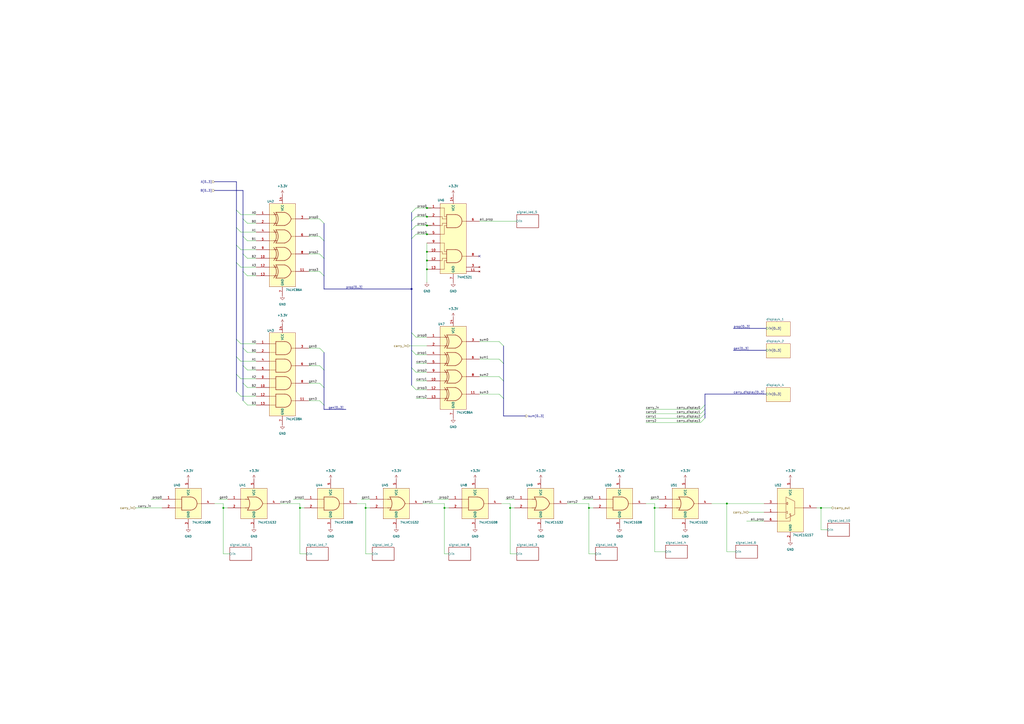
<source format=kicad_sch>
(kicad_sch (version 20250114) (generator "eeschema") (generator_version "9.0")
  (paper "A2")
  (lib_symbols
    (symbol "MegaV:74HCS21"
      (property "Reference" "U" (at -7.112 22.352 0))
      (property "Value" "74HCS21" (at 6.604 -22.352 0))
      (symbol "74HCS21_1_1"
        (pin input line (at -15.24 17.78 0) (length 7.62) (name "~") (number "1"))
        (pin input line (at -15.24 12.7 0) (length 7.62) (name "~") (number "2"))
        (pin input line (at -15.24 7.62 0) (length 7.62) (name "~") (number "4"))
        (pin input line (at -15.24 2.54 0) (length 7.62) (name "~") (number "5"))
        (pin input line (at -15.24 -2.54 0) (length 7.62) (name "~") (number "9"))
        (pin input line (at -15.24 -7.62 0) (length 7.62) (name "~") (number "10"))
        (pin input line (at -15.24 -12.7 0) (length 7.62) (name "~") (number "12"))
        (pin input line (at -15.24 -17.78 0) (length 7.62) (name "~") (number "13"))
        (pin power_in line (at 0 25.4 270) (length 5.08) (name "VCC") (number "14"))
        (pin power_in line (at 0 -25.4 90) (length 5.08) (name "GND") (number "7"))
        (pin output line (at 15.24 10.16 180) (length 7.62) (name "~") (number "6"))
        (pin output line (at 15.24 -10.16 180) (length 7.62) (name "~") (number "8"))
        (pin no_connect line (at 15.24 -16.51 180) (length 7.62) (name "~") (number "3"))
        (pin no_connect line (at 15.24 -19.05 180) (length 7.62) (name "~") (number "11"))
      )
    )
    (symbol "MegaV:74LVC08A"
      (property "Reference" "U" (at -6.858 25.4 0))
      (property "Value" "74LVC08A" (at 6.604 -25.908 0))
      (symbol "74LVC08A_1_1"
        (pin input line (at -15.24 17.78 0) (length 7.62) (name "~") (number "1"))
        (pin input line (at -15.24 12.7 0) (length 7.62) (name "~") (number "2"))
        (pin input line (at -15.24 7.62 0) (length 7.62) (name "~") (number "4"))
        (pin input line (at -15.24 2.54 0) (length 7.62) (name "~") (number "5"))
        (pin input line (at -15.24 -2.54 0) (length 7.62) (name "~") (number "9"))
        (pin input line (at -15.24 -7.62 0) (length 7.62) (name "~") (number "10"))
        (pin input line (at -15.24 -12.7 0) (length 7.62) (name "~") (number "12"))
        (pin input line (at -15.24 -17.78 0) (length 7.62) (name "~") (number "13"))
        (pin power_in line (at 0 29.21 270) (length 5.08) (name "VCC") (number "14"))
        (pin power_in line (at 0 -29.21 90) (length 5.08) (name "GND") (number "7"))
        (pin output line (at 15.24 15.24 180) (length 7.62) (name "~") (number "3"))
        (pin output line (at 15.24 5.08 180) (length 7.62) (name "~") (number "6"))
        (pin output line (at 15.24 -5.08 180) (length 7.62) (name "~") (number "8"))
        (pin output line (at 15.24 -15.24 180) (length 7.62) (name "~") (number "11"))
      )
    )
    (symbol "MegaV:74LVC1G08"
      (property "Reference" "U" (at -6.604 10.668 0))
      (property "Value" "74LVC1G08" (at 7.62 -10.922 0))
      (symbol "74LVC1G08_1_1"
        (pin input line (at -15.24 2.54 0) (length 7.62) (name "~") (number "1"))
        (pin input line (at -15.24 -2.54 0) (length 7.62) (name "~") (number "2"))
        (pin power_in line (at 0 13.97 270) (length 5.08) (name "VCC") (number "5"))
        (pin power_in line (at 0 -13.97 90) (length 5.08) (name "GND") (number "3"))
        (pin output line (at 15.24 0 180) (length 7.62) (name "~") (number "4"))
      )
    )
    (symbol "MegaV:74LVC1G157"
      (property "Reference" "U" (at -7.112 14.478 0))
      (property "Value" "74LVC1G157" (at 7.366 -14.478 0))
      (symbol "74LVC1G157_1_1"
        (text "0" (at -1.778 3.81 0) (effects (font (size 1.27 1.27))))
        (text "1" (at -1.778 -1.27 0) (effects (font (size 1.27 1.27))))
        (text "S" (at 0 -2.794 0) (effects (font (size 1.27 1.27))))
        (pin input line (at -15.24 3.81 0) (length 7.62) (name "~") (number "3"))
        (pin input line (at -15.24 -1.27 0) (length 7.62) (name "~") (number "1"))
        (pin input line (at -15.24 -6.35 0) (length 7.62) (name "~") (number "6"))
        (pin power_in line (at 0 17.78 270) (length 5.08) (name "VCC") (number "5"))
        (pin power_in line (at 0 -17.78 90) (length 5.08) (name "GND") (number "2"))
        (pin output line (at 15.24 1.27 180) (length 7.62) (name "~") (number "4"))
      )
    )
    (symbol "MegaV:74LVC1G32"
      (property "Reference" "U" (at -6.604 10.668 0))
      (property "Value" "74LVC1G32" (at 7.62 -10.922 0))
      (symbol "74LVC1G32_1_1"
        (pin input line (at -15.24 2.54 0) (length 7.62) (name "~") (number "1"))
        (pin input line (at -15.24 -2.54 0) (length 7.62) (name "~") (number "2"))
        (pin power_in line (at 0 13.97 270) (length 5.08) (name "VCC") (number "5"))
        (pin power_in line (at 0 -13.97 90) (length 5.08) (name "GND") (number "3"))
        (pin output line (at 15.24 0 180) (length 7.62) (name "~") (number "4"))
      )
    )
    (symbol "MegaV:74LVC86A"
      (property "Reference" "U" (at -6.858 25.4 0))
      (property "Value" "74LVC86A" (at 6.604 -25.908 0))
      (symbol "74LVC86A_1_1"
        (pin input line (at -15.24 17.78 0) (length 7.62) (name "~") (number "1"))
        (pin input line (at -15.24 12.7 0) (length 7.62) (name "~") (number "2"))
        (pin input line (at -15.24 7.62 0) (length 7.62) (name "~") (number "4"))
        (pin input line (at -15.24 2.54 0) (length 7.62) (name "~") (number "5"))
        (pin input line (at -15.24 -2.54 0) (length 7.62) (name "~") (number "9"))
        (pin input line (at -15.24 -7.62 0) (length 7.62) (name "~") (number "10"))
        (pin input line (at -15.24 -12.7 0) (length 7.62) (name "~") (number "12"))
        (pin input line (at -15.24 -17.78 0) (length 7.62) (name "~") (number "13"))
        (pin power_in line (at 0 29.21 270) (length 5.08) (name "VCC") (number "14"))
        (pin power_in line (at 0 -29.21 90) (length 5.08) (name "GND") (number "7"))
        (pin output line (at 15.24 15.24 180) (length 7.62) (name "~") (number "3"))
        (pin output line (at 15.24 5.08 180) (length 7.62) (name "~") (number "6"))
        (pin output line (at 15.24 -5.08 180) (length 7.62) (name "~") (number "8"))
        (pin output line (at 15.24 -15.24 180) (length 7.62) (name "~") (number "11"))
      )
    )
    (symbol "power:+3.3V" (power) (pin_numbers (hide yes)) (pin_names (offset 0) (hide yes))
      (property "Value" "+3.3V" (at 0 3.556 0))
      (symbol "+3.3V_1_1"
        (pin power_in line (at 0 0 90) (length 0) (name "~") (number "1"))
      )
    )
    (symbol "power:GND" (power) (pin_numbers (hide yes)) (pin_names (offset 0) (hide yes))
      (property "Value" "GND" (at 0 -3.81 0))
      (symbol "GND_1_1"
        (pin power_in line (at 0 0 270) (length 0) (name "~") (number "1"))
      )
    )
  )
  (junction (at 257.81 294.64))
  (junction (at 247.65 130.81))
  (junction (at 379.73 294.64))
  (junction (at 247.65 151.13))
  (junction (at 341.63 294.64))
  (junction (at 476.25 294.64))
  (junction (at 238.76 167.64))
  (junction (at 247.65 125.73))
  (junction (at 247.65 146.05))
  (junction (at 247.65 135.89))
  (junction (at 421.64 292.1))
  (junction (at 247.65 156.21))
  (junction (at 173.99 294.64))
  (junction (at 247.65 120.65))
  (junction (at 129.54 294.64))
  (junction (at 295.91 294.64))
  (junction (at 212.09 294.64))
  (no_connect (at 278.13 148.59))
  (bus_entry (at 140.97 147.32) (size 2.54 2.54))
  (bus_entry (at 406.4 245.11) (size 2.54 -2.54))
  (bus_entry (at 238.76 213.36) (size 2.54 2.54))
  (bus_entry (at 289.56 198.12) (size 2.54 2.54))
  (bus_entry (at 289.56 208.28) (size 2.54 2.54))
  (bus_entry (at 238.76 133.35) (size 2.54 -2.54))
  (bus_entry (at 137.16 142.24) (size 2.54 2.54))
  (bus_entry (at 140.97 201.93) (size 2.54 2.54))
  (bus_entry (at 185.42 222.25) (size 2.54 2.54))
  (bus_entry (at 238.76 223.52) (size 2.54 2.54))
  (bus_entry (at 137.16 207.01) (size 2.54 2.54))
  (bus_entry (at 185.42 127) (size 2.54 2.54))
  (bus_entry (at 140.97 212.09) (size 2.54 2.54))
  (bus_entry (at 137.16 227.33) (size 2.54 2.54))
  (bus_entry (at 406.4 242.57) (size 2.54 -2.54))
  (bus_entry (at 406.4 237.49) (size 2.54 -2.54))
  (bus_entry (at 137.16 132.08) (size 2.54 2.54))
  (bus_entry (at 289.56 228.6) (size 2.54 2.54))
  (bus_entry (at 137.16 196.85) (size 2.54 2.54))
  (bus_entry (at 140.97 157.48) (size 2.54 2.54))
  (bus_entry (at 185.42 147.32) (size 2.54 2.54))
  (bus_entry (at 140.97 222.25) (size 2.54 2.54))
  (bus_entry (at 238.76 128.27) (size 2.54 -2.54))
  (bus_entry (at 185.42 137.16) (size 2.54 2.54))
  (bus_entry (at 140.97 127) (size 2.54 2.54))
  (bus_entry (at 406.4 240.03) (size 2.54 -2.54))
  (bus_entry (at 238.76 203.2) (size 2.54 2.54))
  (bus_entry (at 289.56 218.44) (size 2.54 2.54))
  (bus_entry (at 137.16 217.17) (size 2.54 2.54))
  (bus_entry (at 140.97 232.41) (size 2.54 2.54))
  (bus_entry (at 140.97 137.16) (size 2.54 2.54))
  (bus_entry (at 238.76 138.43) (size 2.54 -2.54))
  (bus_entry (at 137.16 152.4) (size 2.54 2.54))
  (bus_entry (at 137.16 121.92) (size 2.54 2.54))
  (bus_entry (at 185.42 232.41) (size 2.54 2.54))
  (bus_entry (at 185.42 212.09) (size 2.54 2.54))
  (bus_entry (at 238.76 123.19) (size 2.54 -2.54))
  (bus_entry (at 238.76 193.04) (size 2.54 2.54))
  (bus_entry (at 185.42 201.93) (size 2.54 2.54))
  (bus_entry (at 185.42 157.48) (size 2.54 2.54))
  (wire (pts (xy 295.91 292.1) (xy 295.91 294.64)))
  (bus (pts (xy 187.96 234.95) (xy 187.96 237.49)))
  (wire (pts (xy 237.49 200.66) (xy 247.65 200.66)))
  (wire (pts (xy 328.93 292.1) (xy 341.63 292.1)))
  (bus (pts (xy 238.76 138.43) (xy 238.76 167.64)))
  (wire (pts (xy 143.51 234.95) (xy 148.59 234.95)))
  (wire (pts (xy 299.72 321.31) (xy 295.91 321.31)))
  (wire (pts (xy 139.7 154.94) (xy 148.59 154.94)))
  (wire (pts (xy 124.46 292.1) (xy 129.54 292.1)))
  (bus (pts (xy 137.16 217.17) (xy 137.16 227.33)))
  (bus (pts (xy 187.96 224.79) (xy 187.96 234.95)))
  (wire (pts (xy 257.81 294.64) (xy 260.35 294.64)))
  (bus (pts (xy 187.96 139.7) (xy 187.96 149.86)))
  (wire (pts (xy 143.51 139.7) (xy 148.59 139.7)))
  (bus (pts (xy 187.96 237.49) (xy 200.66 237.49)))
  (wire (pts (xy 139.7 229.87) (xy 148.59 229.87)))
  (bus (pts (xy 408.94 228.6) (xy 408.94 234.95)))
  (wire (pts (xy 143.51 224.79) (xy 148.59 224.79)))
  (wire (pts (xy 173.99 321.31) (xy 173.99 294.64)))
  (bus (pts (xy 238.76 123.19) (xy 238.76 128.27)))
  (wire (pts (xy 247.65 120.65) (xy 250.19 120.65)))
  (wire (pts (xy 295.91 321.31) (xy 295.91 294.64)))
  (bus (pts (xy 137.16 142.24) (xy 137.16 152.4)))
  (wire (pts (xy 247.65 156.21) (xy 247.65 163.83)))
  (wire (pts (xy 278.13 228.6) (xy 289.56 228.6)))
  (wire (pts (xy 127 289.56) (xy 132.08 289.56)))
  (bus (pts (xy 238.76 203.2) (xy 238.76 213.36)))
  (wire (pts (xy 434.34 297.18) (xy 443.23 297.18)))
  (wire (pts (xy 374.65 245.11) (xy 406.4 245.11)))
  (wire (pts (xy 247.65 125.73) (xy 250.19 125.73)))
  (bus (pts (xy 187.96 214.63) (xy 187.96 224.79)))
  (wire (pts (xy 386.08 320.04) (xy 379.73 320.04)))
  (bus (pts (xy 238.76 133.35) (xy 238.76 138.43)))
  (wire (pts (xy 241.3 125.73) (xy 247.65 125.73)))
  (wire (pts (xy 473.71 294.64) (xy 476.25 294.64)))
  (wire (pts (xy 374.65 240.03) (xy 406.4 240.03)))
  (bus (pts (xy 187.96 160.02) (xy 187.96 167.64)))
  (wire (pts (xy 247.65 130.81) (xy 250.19 130.81)))
  (wire (pts (xy 257.81 292.1) (xy 257.81 294.64)))
  (wire (pts (xy 139.7 124.46) (xy 148.59 124.46)))
  (wire (pts (xy 374.65 242.57) (xy 406.4 242.57)))
  (wire (pts (xy 207.01 292.1) (xy 212.09 292.1)))
  (wire (pts (xy 212.09 294.64) (xy 214.63 294.64)))
  (wire (pts (xy 78.74 294.64) (xy 93.98 294.64)))
  (wire (pts (xy 173.99 294.64) (xy 176.53 294.64)))
  (wire (pts (xy 139.7 209.55) (xy 148.59 209.55)))
  (wire (pts (xy 278.13 218.44) (xy 289.56 218.44)))
  (bus (pts (xy 137.16 207.01) (xy 137.16 217.17)))
  (wire (pts (xy 247.65 146.05) (xy 247.65 151.13)))
  (wire (pts (xy 241.3 226.06) (xy 247.65 226.06)))
  (bus (pts (xy 140.97 110.49) (xy 124.46 110.49)))
  (bus (pts (xy 408.94 237.49) (xy 408.94 240.03)))
  (wire (pts (xy 212.09 292.1) (xy 212.09 294.64)))
  (wire (pts (xy 241.3 135.89) (xy 247.65 135.89)))
  (wire (pts (xy 247.65 140.97) (xy 247.65 146.05)))
  (wire (pts (xy 179.07 137.16) (xy 185.42 137.16)))
  (wire (pts (xy 278.13 208.28) (xy 289.56 208.28)))
  (wire (pts (xy 433.07 302.26) (xy 443.23 302.26)))
  (wire (pts (xy 341.63 321.31) (xy 341.63 294.64)))
  (wire (pts (xy 257.81 321.31) (xy 257.81 294.64)))
  (wire (pts (xy 139.7 134.62) (xy 148.59 134.62)))
  (bus (pts (xy 408.94 234.95) (xy 408.94 237.49)))
  (wire (pts (xy 241.3 220.98) (xy 247.65 220.98)))
  (bus (pts (xy 408.94 228.6) (xy 444.5 228.6)))
  (bus (pts (xy 187.96 129.54) (xy 187.96 139.7)))
  (wire (pts (xy 177.8 321.31) (xy 173.99 321.31)))
  (wire (pts (xy 173.99 292.1) (xy 173.99 294.64)))
  (bus (pts (xy 238.76 167.64) (xy 238.76 193.04)))
  (wire (pts (xy 412.75 292.1) (xy 421.64 292.1)))
  (bus (pts (xy 292.1 241.3) (xy 304.8 241.3)))
  (wire (pts (xy 179.07 222.25) (xy 185.42 222.25)))
  (wire (pts (xy 179.07 127) (xy 185.42 127)))
  (wire (pts (xy 480.06 307.34) (xy 476.25 307.34)))
  (wire (pts (xy 426.72 320.04) (xy 421.64 320.04)))
  (bus (pts (xy 140.97 147.32) (xy 140.97 157.48)))
  (wire (pts (xy 212.09 321.31) (xy 212.09 294.64)))
  (bus (pts (xy 187.96 160.02) (xy 187.96 149.86)))
  (wire (pts (xy 341.63 294.64) (xy 344.17 294.64)))
  (wire (pts (xy 278.13 198.12) (xy 289.56 198.12)))
  (wire (pts (xy 139.7 199.39) (xy 148.59 199.39)))
  (wire (pts (xy 241.3 195.58) (xy 247.65 195.58)))
  (bus (pts (xy 140.97 127) (xy 140.97 137.16)))
  (wire (pts (xy 245.11 292.1) (xy 257.81 292.1)))
  (wire (pts (xy 247.65 151.13) (xy 247.65 156.21)))
  (bus (pts (xy 137.16 121.92) (xy 137.16 132.08)))
  (wire (pts (xy 379.73 320.04) (xy 379.73 294.64)))
  (wire (pts (xy 179.07 201.93) (xy 185.42 201.93)))
  (bus (pts (xy 140.97 212.09) (xy 140.97 222.25)))
  (bus (pts (xy 238.76 128.27) (xy 238.76 133.35)))
  (wire (pts (xy 241.3 215.9) (xy 247.65 215.9)))
  (wire (pts (xy 139.7 219.71) (xy 148.59 219.71)))
  (wire (pts (xy 241.3 205.74) (xy 247.65 205.74)))
  (wire (pts (xy 476.25 294.64) (xy 482.6 294.64)))
  (bus (pts (xy 408.94 240.03) (xy 408.94 242.57)))
  (wire (pts (xy 293.37 289.56) (xy 298.45 289.56)))
  (wire (pts (xy 129.54 294.64) (xy 132.08 294.64)))
  (wire (pts (xy 379.73 292.1) (xy 379.73 294.64)))
  (bus (pts (xy 425.45 203.2) (xy 444.5 203.2)))
  (bus (pts (xy 140.97 137.16) (xy 140.97 147.32)))
  (bus (pts (xy 140.97 110.49) (xy 140.97 127)))
  (wire (pts (xy 179.07 232.41) (xy 185.42 232.41)))
  (bus (pts (xy 292.1 220.98) (xy 292.1 231.14)))
  (bus (pts (xy 140.97 157.48) (xy 140.97 201.93)))
  (wire (pts (xy 241.3 210.82) (xy 247.65 210.82)))
  (wire (pts (xy 143.51 129.54) (xy 148.59 129.54)))
  (bus (pts (xy 137.16 196.85) (xy 137.16 207.01)))
  (wire (pts (xy 290.83 292.1) (xy 295.91 292.1)))
  (bus (pts (xy 238.76 213.36) (xy 238.76 223.52)))
  (wire (pts (xy 345.44 321.31) (xy 341.63 321.31)))
  (wire (pts (xy 215.9 321.31) (xy 212.09 321.31)))
  (wire (pts (xy 129.54 321.31) (xy 133.35 321.31)))
  (wire (pts (xy 143.51 160.02) (xy 148.59 160.02)))
  (wire (pts (xy 241.3 120.65) (xy 247.65 120.65)))
  (wire (pts (xy 162.56 292.1) (xy 173.99 292.1)))
  (wire (pts (xy 143.51 214.63) (xy 148.59 214.63)))
  (wire (pts (xy 379.73 294.64) (xy 382.27 294.64)))
  (bus (pts (xy 187.96 167.64) (xy 238.76 167.64)))
  (wire (pts (xy 143.51 149.86) (xy 148.59 149.86)))
  (bus (pts (xy 140.97 222.25) (xy 140.97 232.41)))
  (bus (pts (xy 137.16 132.08) (xy 137.16 142.24)))
  (bus (pts (xy 137.16 105.41) (xy 137.16 121.92)))
  (wire (pts (xy 129.54 292.1) (xy 129.54 294.64)))
  (wire (pts (xy 209.55 289.56) (xy 214.63 289.56)))
  (wire (pts (xy 179.07 147.32) (xy 185.42 147.32)))
  (wire (pts (xy 278.13 128.27) (xy 299.72 128.27)))
  (bus (pts (xy 137.16 105.41) (xy 124.46 105.41)))
  (wire (pts (xy 143.51 204.47) (xy 148.59 204.47)))
  (wire (pts (xy 87.63 289.56) (xy 93.98 289.56)))
  (wire (pts (xy 241.3 130.81) (xy 247.65 130.81)))
  (bus (pts (xy 238.76 193.04) (xy 238.76 203.2)))
  (bus (pts (xy 140.97 201.93) (xy 140.97 212.09)))
  (wire (pts (xy 241.3 231.14) (xy 247.65 231.14)))
  (wire (pts (xy 295.91 294.64) (xy 298.45 294.64)))
  (bus (pts (xy 292.1 200.66) (xy 292.1 210.82)))
  (wire (pts (xy 476.25 307.34) (xy 476.25 294.64)))
  (wire (pts (xy 421.64 320.04) (xy 421.64 292.1)))
  (wire (pts (xy 179.07 157.48) (xy 185.42 157.48)))
  (wire (pts (xy 374.65 237.49) (xy 406.4 237.49)))
  (wire (pts (xy 337.82 289.56) (xy 344.17 289.56)))
  (bus (pts (xy 137.16 152.4) (xy 137.16 196.85)))
  (wire (pts (xy 374.65 292.1) (xy 379.73 292.1)))
  (wire (pts (xy 247.65 135.89) (xy 250.19 135.89)))
  (wire (pts (xy 421.64 292.1) (xy 443.23 292.1)))
  (wire (pts (xy 377.19 289.56) (xy 382.27 289.56)))
  (wire (pts (xy 260.35 321.31) (xy 257.81 321.31)))
  (bus (pts (xy 292.1 210.82) (xy 292.1 220.98)))
  (wire (pts (xy 179.07 212.09) (xy 185.42 212.09)))
  (bus (pts (xy 187.96 204.47) (xy 187.96 214.63)))
  (wire (pts (xy 129.54 294.64) (xy 129.54 321.31)))
  (wire (pts (xy 254 289.56) (xy 260.35 289.56)))
  (wire (pts (xy 139.7 144.78) (xy 148.59 144.78)))
  (wire (pts (xy 170.18 289.56) (xy 176.53 289.56)))
  (wire (pts (xy 341.63 292.1) (xy 341.63 294.64)))
  (bus (pts (xy 425.45 190.5) (xy 444.5 190.5)))
  (bus (pts (xy 292.1 231.14) (xy 292.1 241.3)))
  (label "carry0" (at 374.65 240.03 0))
  (label "carry0" (at 247.65 210.82 180))
  (label "gen1" (at 214.63 289.56 180))
  (label "A3" (at 148.59 229.87 180))
  (label "prop2" (at 179.07 147.32 0))
  (label "B3" (at 148.59 234.95 180))
  (label "prop2" (at 260.35 289.56 180))
  (label "B1" (at 148.59 139.7 180))
  (label "prop1" (at 176.53 289.56 180))
  (label "sum1" (at 278.13 208.28 0))
  (label "A1" (at 148.59 134.62 180))
  (label "gen0" (at 132.08 289.56 180))
  (label "gen[0..3]" (at 190.5 237.49 0))
  (label "carry1" (at 247.65 220.98 180))
  (label "prop0" (at 179.07 127 0))
  (label "carry2" (at 374.65 245.11 0))
  (label "prop3" (at 344.17 289.56 180))
  (label "prop[0..3]" (at 200.66 167.64 0))
  (label "prop0" (at 247.65 195.58 180))
  (label "prop1" (at 247.65 205.74 180))
  (label "A2" (at 148.59 219.71 180))
  (label "gen0" (at 179.07 201.93 0))
  (label "prop3" (at 247.65 135.89 180))
  (label "prop3" (at 247.65 226.06 180))
  (label "A3" (at 148.59 154.94 180))
  (label "gen3" (at 179.07 232.41 0))
  (label "sum0" (at 278.13 198.12 0))
  (label "prop0" (at 247.65 120.65 180))
  (label "carry_in" (at 80.01 294.64 0))
  (label "carry_display1" (at 392.43 240.03 0))
  (label "carry1" (at 245.11 292.1 0))
  (label "prop3" (at 179.07 157.48 0))
  (label "carry2" (at 247.65 231.14 180))
  (label "B0" (at 148.59 129.54 180))
  (label "B1" (at 148.59 214.63 180))
  (label "prop1" (at 179.07 137.16 0))
  (label "carry2" (at 328.93 292.1 0))
  (label "all_prop" (at 443.23 302.26 180))
  (label "A0" (at 148.59 199.39 180))
  (label "sum2" (at 278.13 218.44 0))
  (label "carry_display[0..3]" (at 425.45 228.6 0))
  (label "gen2" (at 298.45 289.56 180))
  (label "A2" (at 148.59 144.78 180))
  (label "carry_display3" (at 392.43 245.11 0))
  (label "A0" (at 148.59 124.46 180))
  (label "prop2" (at 247.65 130.81 180))
  (label "carry0" (at 162.56 292.1 0))
  (label "gen[0..3]" (at 425.45 203.2 0))
  (label "carry_in" (at 374.65 237.49 0))
  (label "carry1" (at 374.65 242.57 0))
  (label "prop2" (at 247.65 215.9 180))
  (label "prop0" (at 93.98 289.56 180))
  (label "prop1" (at 247.65 125.73 180))
  (label "B3" (at 148.59 160.02 180))
  (label "carry_display2" (at 392.43 242.57 0))
  (label "A1" (at 148.59 209.55 180))
  (label "B2" (at 148.59 224.79 180))
  (label "carry_display0" (at 392.43 237.49 0))
  (label "B2" (at 148.59 149.86 180))
  (label "prop[0..3]" (at 425.45 190.5 0))
  (label "all_prop" (at 278.13 128.27 0))
  (label "B0" (at 148.59 204.47 180))
  (label "gen1" (at 179.07 212.09 0))
  (label "gen2" (at 179.07 222.25 0))
  (label "gen3" (at 382.27 289.56 180))
  (label "sum3" (at 278.13 228.6 0))
  (hierarchical_label "A[0..3]" (shape input) (at 124.46 105.41 180))
  (hierarchical_label "carry_in" (shape input) (at 78.74 294.64 180))
  (hierarchical_label "carry_in" (shape input) (at 237.49 200.66 180))
  (hierarchical_label "carry_out" (shape output) (at 482.6 294.64 0))
  (hierarchical_label "B[0..3]" (shape input) (at 124.46 110.49 180))
  (hierarchical_label "carry_in" (shape input) (at 434.34 297.18 180))
  (hierarchical_label "sum[0..3]" (shape output) (at 304.8 241.3 0))
  (symbol (lib_id "power:+3.3V") (at 359.41 278.13 0) (unit 1)
    (property "Reference" "#PWR022" (effects (hide yes)))
    (property "Value" "+3.3V" (at 359.41 273.05 0))
    (property "Description" "Power symbol creates a global label with name \"+3.3V\"" (effects (hide yes)))
    (instances (project "alu" (path "" (reference "#PWR0103") (unit 1)) (path "" (reference "#PWR0184") (unit 1)) (path "" (reference "#PWR022") (unit 1)) (path "" (reference "#PWR0130") (unit 1)) (path "" (reference "#PWR076") (unit 1)) (path "" (reference "#PWR049") (unit 1)) (path "" (reference "#PWR0157") (unit 1)) (path "" (reference "#PWR0211") (unit 1))))
  )
  (symbol (lib_id "MegaV:74LVC86A") (at 262.89 213.36 0) (unit 1)
    (property "Reference" "U8" (at 256.032 187.96 0))
    (property "Value" "74LVC86A" (at 269.494 239.268 0))
    (property "Footprint" "Package_SO:TSSOP-14_4.4x5mm_P0.65mm" (effects (hide yes)))
    (property "Datasheet" "https://assets.nexperia.com/documents/data-sheet/74LVC86A.pdf" (effects (hide yes)))
    (property "Description" "Quad 2-Input XOR Gate" (effects (hide yes)))
    (instances (project "alu" (path "" (reference "U47") (unit 1)) (path "" (reference "U86") (unit 1)) (path "" (reference "U8") (unit 1)) (path "" (reference "U60") (unit 1)) (path "" (reference "U34") (unit 1)) (path "" (reference "U21") (unit 1)) (path "" (reference "U73") (unit 1)) (path "" (reference "U99") (unit 1))))
  )
  (symbol (lib_id "MegaV:74LVC1G32") (at 229.87 292.1 0) (unit 1)
    (property "Reference" "U6" (at 223.266 281.432 0))
    (property "Value" "74LVC1G32" (at 237.49 303.022 0))
    (property "Footprint" "Package_TO_SOT_SMD:SOT-353_SC-70-5" (effects (hide yes)))
    (property "Datasheet" "https://assets.nexperia.com/documents/data-sheet/74LVC1G32.pdf" (effects (hide yes)))
    (property "Description" "2-Input OR Gate" (effects (hide yes)))
    (instances (project "alu" (path "" (reference "U45") (unit 1)) (path "" (reference "U84") (unit 1)) (path "" (reference "U6") (unit 1)) (path "" (reference "U58") (unit 1)) (path "" (reference "U32") (unit 1)) (path "" (reference "U19") (unit 1)) (path "" (reference "U71") (unit 1)) (path "" (reference "U97") (unit 1))))
  )
  (symbol (lib_id "power:+3.3V") (at 147.32 278.13 0) (unit 1)
    (property "Reference" "#PWR03" (effects (hide yes)))
    (property "Value" "+3.3V" (at 147.32 273.05 0))
    (property "Description" "Power symbol creates a global label with name \"+3.3V\"" (effects (hide yes)))
    (instances (project "alu" (path "" (reference "#PWR084") (unit 1)) (path "" (reference "#PWR0165") (unit 1)) (path "" (reference "#PWR03") (unit 1)) (path "" (reference "#PWR0111") (unit 1)) (path "" (reference "#PWR057") (unit 1)) (path "" (reference "#PWR030") (unit 1)) (path "" (reference "#PWR0138") (unit 1)) (path "" (reference "#PWR0192") (unit 1))))
  )
  (symbol (lib_id "power:GND") (at 229.87 306.07 0) (unit 1)
    (property "Reference" "#PWR012" (effects (hide yes)))
    (property "Value" "GND" (at 229.87 311.15 0))
    (property "Description" "Power symbol creates a global label with name \"GND\" , ground" (effects (hide yes)))
    (instances (project "alu" (path "" (reference "#PWR093") (unit 1)) (path "" (reference "#PWR0174") (unit 1)) (path "" (reference "#PWR012") (unit 1)) (path "" (reference "#PWR0120") (unit 1)) (path "" (reference "#PWR066") (unit 1)) (path "" (reference "#PWR039") (unit 1)) (path "" (reference "#PWR0147") (unit 1)) (path "" (reference "#PWR0201") (unit 1))))
  )
  (symbol (lib_id "power:GND") (at 147.32 306.07 0) (unit 1)
    (property "Reference" "#PWR04" (effects (hide yes)))
    (property "Value" "GND" (at 147.32 311.15 0))
    (property "Description" "Power symbol creates a global label with name \"GND\" , ground" (effects (hide yes)))
    (instances (project "alu" (path "" (reference "#PWR085") (unit 1)) (path "" (reference "#PWR0166") (unit 1)) (path "" (reference "#PWR04") (unit 1)) (path "" (reference "#PWR0112") (unit 1)) (path "" (reference "#PWR058") (unit 1)) (path "" (reference "#PWR031") (unit 1)) (path "" (reference "#PWR0139") (unit 1)) (path "" (reference "#PWR0193") (unit 1))))
  )
  (symbol (lib_id "power:GND") (at 359.41 306.07 0) (unit 1)
    (property "Reference" "#PWR023" (effects (hide yes)))
    (property "Value" "GND" (at 359.41 311.15 0))
    (property "Description" "Power symbol creates a global label with name \"GND\" , ground" (effects (hide yes)))
    (instances (project "alu" (path "" (reference "#PWR0104") (unit 1)) (path "" (reference "#PWR0185") (unit 1)) (path "" (reference "#PWR023") (unit 1)) (path "" (reference "#PWR0131") (unit 1)) (path "" (reference "#PWR077") (unit 1)) (path "" (reference "#PWR050") (unit 1)) (path "" (reference "#PWR0158") (unit 1)) (path "" (reference "#PWR0212") (unit 1))))
  )
  (symbol (lib_id "power:GND") (at 397.51 306.07 0) (unit 1)
    (property "Reference" "#PWR025" (effects (hide yes)))
    (property "Value" "GND" (at 397.51 311.15 0))
    (property "Description" "Power symbol creates a global label with name \"GND\" , ground" (effects (hide yes)))
    (instances (project "alu" (path "" (reference "#PWR0106") (unit 1)) (path "" (reference "#PWR0187") (unit 1)) (path "" (reference "#PWR025") (unit 1)) (path "" (reference "#PWR0133") (unit 1)) (path "" (reference "#PWR079") (unit 1)) (path "" (reference "#PWR052") (unit 1)) (path "" (reference "#PWR0160") (unit 1)) (path "" (reference "#PWR0214") (unit 1))))
  )
  (symbol (lib_id "MegaV:74LVC08A") (at 163.83 217.17 0) (unit 1)
    (property "Reference" "U4" (at 156.972 191.77 0))
    (property "Value" "74LVC08A" (at 170.434 243.078 0))
    (property "Footprint" "Package_SO:TSSOP-14_4.4x5mm_P0.65mm" (effects (hide yes)))
    (property "Datasheet" "https://assets.nexperia.com/documents/data-sheet/74LVC08A.pdf" (effects (hide yes)))
    (property "Description" "Quad 2-Input AND Gate" (effects (hide yes)))
    (instances (project "alu" (path "" (reference "U43") (unit 1)) (path "" (reference "U82") (unit 1)) (path "" (reference "U4") (unit 1)) (path "" (reference "U56") (unit 1)) (path "" (reference "U30") (unit 1)) (path "" (reference "U17") (unit 1)) (path "" (reference "U69") (unit 1)) (path "" (reference "U95") (unit 1))))
  )
  (symbol (lib_id "power:GND") (at 163.83 246.38 0) (unit 1)
    (property "Reference" "#PWR08" (effects (hide yes)))
    (property "Value" "GND" (at 163.83 251.46 0))
    (property "Description" "Power symbol creates a global label with name \"GND\" , ground" (effects (hide yes)))
    (instances (project "alu" (path "" (reference "#PWR089") (unit 1)) (path "" (reference "#PWR0170") (unit 1)) (path "" (reference "#PWR08") (unit 1)) (path "" (reference "#PWR0116") (unit 1)) (path "" (reference "#PWR062") (unit 1)) (path "" (reference "#PWR035") (unit 1)) (path "" (reference "#PWR0143") (unit 1)) (path "" (reference "#PWR0197") (unit 1))))
  )
  (symbol (lib_id "power:GND") (at 191.77 306.07 0) (unit 1)
    (property "Reference" "#PWR010" (effects (hide yes)))
    (property "Value" "GND" (at 191.77 311.15 0))
    (property "Description" "Power symbol creates a global label with name \"GND\" , ground" (effects (hide yes)))
    (instances (project "alu" (path "" (reference "#PWR091") (unit 1)) (path "" (reference "#PWR0172") (unit 1)) (path "" (reference "#PWR010") (unit 1)) (path "" (reference "#PWR0118") (unit 1)) (path "" (reference "#PWR064") (unit 1)) (path "" (reference "#PWR037") (unit 1)) (path "" (reference "#PWR0145") (unit 1)) (path "" (reference "#PWR0199") (unit 1))))
  )
  (symbol (lib_id "MegaV:74LVC1G08") (at 275.59 292.1 0) (unit 1)
    (property "Reference" "U9" (at 268.986 281.432 0))
    (property "Value" "74LVC1G08" (at 283.21 303.022 0))
    (property "Footprint" "Package_TO_SOT_SMD:SOT-353_SC-70-5" (effects (hide yes)))
    (property "Datasheet" "https://assets.nexperia.com/documents/data-sheet/74LVC1G08.pdf" (effects (hide yes)))
    (property "Description" "2-Input AND Gate" (effects (hide yes)))
    (instances (project "alu" (path "" (reference "U48") (unit 1)) (path "" (reference "U87") (unit 1)) (path "" (reference "U9") (unit 1)) (path "" (reference "U61") (unit 1)) (path "" (reference "U35") (unit 1)) (path "" (reference "U22") (unit 1)) (path "" (reference "U74") (unit 1)) (path "" (reference "U100") (unit 1))))
  )
  (symbol (lib_id "MegaV:74LVC1G157") (at 458.47 295.91 0) (unit 1)
    (property "Reference" "U13" (at 451.358 281.432 0))
    (property "Value" "74LVC1G157" (at 465.836 310.388 0))
    (property "Footprint" "Package_TO_SOT_SMD:SOT-363_SC-70-6" (effects (hide yes)))
    (property "Datasheet" "https://assets.nexperia.com/documents/data-sheet/74LVC1G157.pdf" (effects (hide yes)))
    (property "Description" "2-Input Multiplexer" (effects (hide yes)))
    (instances (project "alu" (path "" (reference "U52") (unit 1)) (path "" (reference "U91") (unit 1)) (path "" (reference "U13") (unit 1)) (path "" (reference "U65") (unit 1)) (path "" (reference "U39") (unit 1)) (path "" (reference "U26") (unit 1)) (path "" (reference "U78") (unit 1)) (path "" (reference "U104") (unit 1))))
  )
  (symbol (lib_id "power:GND") (at 262.89 242.57 0) (unit 1)
    (property "Reference" "#PWR017" (effects (hide yes)))
    (property "Value" "GND" (at 262.89 247.65 0))
    (property "Description" "Power symbol creates a global label with name \"GND\" , ground" (effects (hide yes)))
    (instances (project "alu" (path "" (reference "#PWR098") (unit 1)) (path "" (reference "#PWR0179") (unit 1)) (path "" (reference "#PWR017") (unit 1)) (path "" (reference "#PWR0125") (unit 1)) (path "" (reference "#PWR071") (unit 1)) (path "" (reference "#PWR044") (unit 1)) (path "" (reference "#PWR0152") (unit 1)) (path "" (reference "#PWR0206") (unit 1))))
  )
  (symbol (lib_id "MegaV:74LVC1G32") (at 147.32 292.1 0) (unit 1)
    (property "Reference" "U2" (at 140.716 281.432 0))
    (property "Value" "74LVC1G32" (at 154.94 303.022 0))
    (property "Footprint" "Package_TO_SOT_SMD:SOT-353_SC-70-5" (effects (hide yes)))
    (property "Datasheet" "https://assets.nexperia.com/documents/data-sheet/74LVC1G32.pdf" (effects (hide yes)))
    (property "Description" "2-Input OR Gate" (effects (hide yes)))
    (instances (project "alu" (path "" (reference "U41") (unit 1)) (path "" (reference "U80") (unit 1)) (path "" (reference "U2") (unit 1)) (path "" (reference "U54") (unit 1)) (path "" (reference "U28") (unit 1)) (path "" (reference "U15") (unit 1)) (path "" (reference "U67") (unit 1)) (path "" (reference "U93") (unit 1))))
  )
  (symbol (lib_id "power:+3.3V") (at 163.83 187.96 0) (unit 1)
    (property "Reference" "#PWR07" (effects (hide yes)))
    (property "Value" "+3.3V" (at 163.83 182.88 0))
    (property "Description" "Power symbol creates a global label with name \"+3.3V\"" (effects (hide yes)))
    (instances (project "alu" (path "" (reference "#PWR088") (unit 1)) (path "" (reference "#PWR0169") (unit 1)) (path "" (reference "#PWR07") (unit 1)) (path "" (reference "#PWR0115") (unit 1)) (path "" (reference "#PWR061") (unit 1)) (path "" (reference "#PWR034") (unit 1)) (path "" (reference "#PWR0142") (unit 1)) (path "" (reference "#PWR0196") (unit 1))))
  )
  (symbol (lib_id "power:GND") (at 313.69 306.07 0) (unit 1)
    (property "Reference" "#PWR021" (effects (hide yes)))
    (property "Value" "GND" (at 313.69 311.15 0))
    (property "Description" "Power symbol creates a global label with name \"GND\" , ground" (effects (hide yes)))
    (instances (project "alu" (path "" (reference "#PWR0102") (unit 1)) (path "" (reference "#PWR0183") (unit 1)) (path "" (reference "#PWR021") (unit 1)) (path "" (reference "#PWR0129") (unit 1)) (path "" (reference "#PWR075") (unit 1)) (path "" (reference "#PWR048") (unit 1)) (path "" (reference "#PWR0156") (unit 1)) (path "" (reference "#PWR0210") (unit 1))))
  )
  (symbol (lib_id "power:GND") (at 163.83 171.45 0) (unit 1)
    (property "Reference" "#PWR06" (effects (hide yes)))
    (property "Value" "GND" (at 163.83 176.53 0))
    (property "Description" "Power symbol creates a global label with name \"GND\" , ground" (effects (hide yes)))
    (instances (project "alu" (path "" (reference "#PWR087") (unit 1)) (path "" (reference "#PWR0168") (unit 1)) (path "" (reference "#PWR06") (unit 1)) (path "" (reference "#PWR0114") (unit 1)) (path "" (reference "#PWR060") (unit 1)) (path "" (reference "#PWR033") (unit 1)) (path "" (reference "#PWR0141") (unit 1)) (path "" (reference "#PWR0195") (unit 1))))
  )
  (symbol (lib_id "power:GND") (at 275.59 306.07 0) (unit 1)
    (property "Reference" "#PWR019" (effects (hide yes)))
    (property "Value" "GND" (at 275.59 311.15 0))
    (property "Description" "Power symbol creates a global label with name \"GND\" , ground" (effects (hide yes)))
    (instances (project "alu" (path "" (reference "#PWR0100") (unit 1)) (path "" (reference "#PWR0181") (unit 1)) (path "" (reference "#PWR019") (unit 1)) (path "" (reference "#PWR0127") (unit 1)) (path "" (reference "#PWR073") (unit 1)) (path "" (reference "#PWR046") (unit 1)) (path "" (reference "#PWR0154") (unit 1)) (path "" (reference "#PWR0208") (unit 1))))
  )
  (symbol (lib_id "power:GND") (at 262.89 163.83 0) (unit 1)
    (property "Reference" "#PWR015" (effects (hide yes)))
    (property "Value" "GND" (at 262.89 168.91 0))
    (property "Description" "Power symbol creates a global label with name \"GND\" , ground" (effects (hide yes)))
    (instances (project "alu" (path "" (reference "#PWR096") (unit 1)) (path "" (reference "#PWR0177") (unit 1)) (path "" (reference "#PWR015") (unit 1)) (path "" (reference "#PWR0123") (unit 1)) (path "" (reference "#PWR069") (unit 1)) (path "" (reference "#PWR042") (unit 1)) (path "" (reference "#PWR0150") (unit 1)) (path "" (reference "#PWR0204") (unit 1))))
  )
  (symbol (lib_id "power:GND") (at 109.22 306.07 0) (unit 1)
    (property "Reference" "#PWR02" (effects (hide yes)))
    (property "Value" "GND" (at 109.22 311.15 0))
    (property "Description" "Power symbol creates a global label with name \"GND\" , ground" (effects (hide yes)))
    (instances (project "alu" (path "" (reference "#PWR083") (unit 1)) (path "" (reference "#PWR0164") (unit 1)) (path "" (reference "#PWR02") (unit 1)) (path "" (reference "#PWR0110") (unit 1)) (path "" (reference "#PWR056") (unit 1)) (path "" (reference "#PWR029") (unit 1)) (path "" (reference "#PWR0137") (unit 1)) (path "" (reference "#PWR0191") (unit 1))))
  )
  (symbol (lib_id "MegaV:74LVC86A") (at 163.83 142.24 0) (unit 1)
    (property "Reference" "U3" (at 156.972 116.84 0))
    (property "Value" "74LVC86A" (at 170.434 168.148 0))
    (property "Footprint" "Package_SO:TSSOP-14_4.4x5mm_P0.65mm" (effects (hide yes)))
    (property "Datasheet" "https://assets.nexperia.com/documents/data-sheet/74LVC86A.pdf" (effects (hide yes)))
    (property "Description" "Quad 2-Input XOR Gate" (effects (hide yes)))
    (instances (project "alu" (path "" (reference "U42") (unit 1)) (path "" (reference "U81") (unit 1)) (path "" (reference "U3") (unit 1)) (path "" (reference "U55") (unit 1)) (path "" (reference "U29") (unit 1)) (path "" (reference "U16") (unit 1)) (path "" (reference "U68") (unit 1)) (path "" (reference "U94") (unit 1))))
  )
  (symbol (lib_id "MegaV:74LVC1G32") (at 397.51 292.1 0) (unit 1)
    (property "Reference" "U12" (at 390.906 281.432 0))
    (property "Value" "74LVC1G32" (at 405.13 303.022 0))
    (property "Footprint" "Package_TO_SOT_SMD:SOT-353_SC-70-5" (effects (hide yes)))
    (property "Datasheet" "https://assets.nexperia.com/documents/data-sheet/74LVC1G32.pdf" (effects (hide yes)))
    (property "Description" "2-Input OR Gate" (effects (hide yes)))
    (instances (project "alu" (path "" (reference "U51") (unit 1)) (path "" (reference "U90") (unit 1)) (path "" (reference "U12") (unit 1)) (path "" (reference "U64") (unit 1)) (path "" (reference "U38") (unit 1)) (path "" (reference "U25") (unit 1)) (path "" (reference "U77") (unit 1)) (path "" (reference "U103") (unit 1))))
  )
  (symbol (lib_id "MegaV:74LVC1G08") (at 191.77 292.1 0) (unit 1)
    (property "Reference" "U5" (at 185.166 281.432 0))
    (property "Value" "74LVC1G08" (at 199.39 303.022 0))
    (property "Footprint" "Package_TO_SOT_SMD:SOT-353_SC-70-5" (effects (hide yes)))
    (property "Datasheet" "https://assets.nexperia.com/documents/data-sheet/74LVC1G08.pdf" (effects (hide yes)))
    (property "Description" "2-Input AND Gate" (effects (hide yes)))
    (instances (project "alu" (path "" (reference "U44") (unit 1)) (path "" (reference "U83") (unit 1)) (path "" (reference "U5") (unit 1)) (path "" (reference "U57") (unit 1)) (path "" (reference "U31") (unit 1)) (path "" (reference "U18") (unit 1)) (path "" (reference "U70") (unit 1)) (path "" (reference "U96") (unit 1))))
  )
  (symbol (lib_id "power:+3.3V") (at 163.83 113.03 0) (unit 1)
    (property "Reference" "#PWR05" (effects (hide yes)))
    (property "Value" "+3.3V" (at 163.83 107.95 0))
    (property "Description" "Power symbol creates a global label with name \"+3.3V\"" (effects (hide yes)))
    (instances (project "alu" (path "" (reference "#PWR086") (unit 1)) (path "" (reference "#PWR0167") (unit 1)) (path "" (reference "#PWR05") (unit 1)) (path "" (reference "#PWR0113") (unit 1)) (path "" (reference "#PWR059") (unit 1)) (path "" (reference "#PWR032") (unit 1)) (path "" (reference "#PWR0140") (unit 1)) (path "" (reference "#PWR0194") (unit 1))))
  )
  (symbol (lib_id "power:+3.3V") (at 397.51 278.13 0) (unit 1)
    (property "Reference" "#PWR024" (effects (hide yes)))
    (property "Value" "+3.3V" (at 397.51 273.05 0))
    (property "Description" "Power symbol creates a global label with name \"+3.3V\"" (effects (hide yes)))
    (instances (project "alu" (path "" (reference "#PWR0105") (unit 1)) (path "" (reference "#PWR0186") (unit 1)) (path "" (reference "#PWR024") (unit 1)) (path "" (reference "#PWR0132") (unit 1)) (path "" (reference "#PWR078") (unit 1)) (path "" (reference "#PWR051") (unit 1)) (path "" (reference "#PWR0159") (unit 1)) (path "" (reference "#PWR0213") (unit 1))))
  )
  (symbol (lib_id "power:GND") (at 247.65 163.83 0) (unit 1)
    (property "Reference" "#PWR013" (effects (hide yes)))
    (property "Value" "GND" (at 247.65 168.91 0))
    (property "Description" "Power symbol creates a global label with name \"GND\" , ground" (effects (hide yes)))
    (instances (project "alu" (path "" (reference "#PWR094") (unit 1)) (path "" (reference "#PWR0175") (unit 1)) (path "" (reference "#PWR013") (unit 1)) (path "" (reference "#PWR0121") (unit 1)) (path "" (reference "#PWR067") (unit 1)) (path "" (reference "#PWR040") (unit 1)) (path "" (reference "#PWR0148") (unit 1)) (path "" (reference "#PWR0202") (unit 1))))
  )
  (symbol (lib_id "MegaV:74HCS21") (at 262.89 138.43 0) (unit 1)
    (property "Reference" "U7" (at 255.778 116.078 0))
    (property "Value" "74HCS21" (at 269.494 160.782 0))
    (property "Footprint" "Package_SO:TSSOP-14_4.4x5mm_P0.65mm" (effects (hide yes)))
    (property "Datasheet" "https://assets.nexperia.com/documents/data-sheet/74HCS21.pdf" (effects (hide yes)))
    (property "Description" "Dual 4-Input AND Gate" (effects (hide yes)))
    (instances (project "alu" (path "" (reference "U46") (unit 1)) (path "" (reference "U85") (unit 1)) (path "" (reference "U7") (unit 1)) (path "" (reference "U59") (unit 1)) (path "" (reference "U33") (unit 1)) (path "" (reference "U20") (unit 1)) (path "" (reference "U72") (unit 1)) (path "" (reference "U98") (unit 1))))
  )
  (symbol (lib_id "power:+3.3V") (at 275.59 278.13 0) (unit 1)
    (property "Reference" "#PWR018" (effects (hide yes)))
    (property "Value" "+3.3V" (at 275.59 273.05 0))
    (property "Description" "Power symbol creates a global label with name \"+3.3V\"" (effects (hide yes)))
    (instances (project "alu" (path "" (reference "#PWR099") (unit 1)) (path "" (reference "#PWR0180") (unit 1)) (path "" (reference "#PWR018") (unit 1)) (path "" (reference "#PWR0126") (unit 1)) (path "" (reference "#PWR072") (unit 1)) (path "" (reference "#PWR045") (unit 1)) (path "" (reference "#PWR0153") (unit 1)) (path "" (reference "#PWR0207") (unit 1))))
  )
  (symbol (lib_id "MegaV:74LVC1G08") (at 359.41 292.1 0) (unit 1)
    (property "Reference" "U11" (at 352.806 281.432 0))
    (property "Value" "74LVC1G08" (at 367.03 303.022 0))
    (property "Footprint" "Package_TO_SOT_SMD:SOT-353_SC-70-5" (effects (hide yes)))
    (property "Datasheet" "https://assets.nexperia.com/documents/data-sheet/74LVC1G08.pdf" (effects (hide yes)))
    (property "Description" "2-Input AND Gate" (effects (hide yes)))
    (instances (project "alu" (path "" (reference "U50") (unit 1)) (path "" (reference "U89") (unit 1)) (path "" (reference "U11") (unit 1)) (path "" (reference "U63") (unit 1)) (path "" (reference "U37") (unit 1)) (path "" (reference "U24") (unit 1)) (path "" (reference "U76") (unit 1)) (path "" (reference "U102") (unit 1))))
  )
  (symbol (lib_id "power:+3.3V") (at 262.89 113.03 0) (unit 1)
    (property "Reference" "#PWR014" (effects (hide yes)))
    (property "Value" "+3.3V" (at 262.89 107.95 0))
    (property "Description" "Power symbol creates a global label with name \"+3.3V\"" (effects (hide yes)))
    (instances (project "alu" (path "" (reference "#PWR095") (unit 1)) (path "" (reference "#PWR0176") (unit 1)) (path "" (reference "#PWR014") (unit 1)) (path "" (reference "#PWR0122") (unit 1)) (path "" (reference "#PWR068") (unit 1)) (path "" (reference "#PWR041") (unit 1)) (path "" (reference "#PWR0149") (unit 1)) (path "" (reference "#PWR0203") (unit 1))))
  )
  (symbol (lib_id "power:+3.3V") (at 262.89 184.15 0) (unit 1)
    (property "Reference" "#PWR016" (effects (hide yes)))
    (property "Value" "+3.3V" (at 262.89 179.07 0))
    (property "Description" "Power symbol creates a global label with name \"+3.3V\"" (effects (hide yes)))
    (instances (project "alu" (path "" (reference "#PWR097") (unit 1)) (path "" (reference "#PWR0178") (unit 1)) (path "" (reference "#PWR016") (unit 1)) (path "" (reference "#PWR0124") (unit 1)) (path "" (reference "#PWR070") (unit 1)) (path "" (reference "#PWR043") (unit 1)) (path "" (reference "#PWR0151") (unit 1)) (path "" (reference "#PWR0205") (unit 1))))
  )
  (symbol (lib_id "power:+3.3V") (at 458.47 278.13 0) (unit 1)
    (property "Reference" "#PWR026" (effects (hide yes)))
    (property "Value" "+3.3V" (at 458.47 273.05 0))
    (property "Description" "Power symbol creates a global label with name \"+3.3V\"" (effects (hide yes)))
    (instances (project "alu" (path "" (reference "#PWR0107") (unit 1)) (path "" (reference "#PWR0188") (unit 1)) (path "" (reference "#PWR026") (unit 1)) (path "" (reference "#PWR0134") (unit 1)) (path "" (reference "#PWR080") (unit 1)) (path "" (reference "#PWR053") (unit 1)) (path "" (reference "#PWR0161") (unit 1)) (path "" (reference "#PWR0215") (unit 1))))
  )
  (symbol (lib_id "power:+3.3V") (at 313.69 278.13 0) (unit 1)
    (property "Reference" "#PWR020" (effects (hide yes)))
    (property "Value" "+3.3V" (at 313.69 273.05 0))
    (property "Description" "Power symbol creates a global label with name \"+3.3V\"" (effects (hide yes)))
    (instances (project "alu" (path "" (reference "#PWR0101") (unit 1)) (path "" (reference "#PWR0182") (unit 1)) (path "" (reference "#PWR020") (unit 1)) (path "" (reference "#PWR0128") (unit 1)) (path "" (reference "#PWR074") (unit 1)) (path "" (reference "#PWR047") (unit 1)) (path "" (reference "#PWR0155") (unit 1)) (path "" (reference "#PWR0209") (unit 1))))
  )
  (symbol (lib_id "MegaV:74LVC1G32") (at 313.69 292.1 0) (unit 1)
    (property "Reference" "U10" (at 307.086 281.432 0))
    (property "Value" "74LVC1G32" (at 321.31 303.022 0))
    (property "Footprint" "Package_TO_SOT_SMD:SOT-353_SC-70-5" (effects (hide yes)))
    (property "Datasheet" "https://assets.nexperia.com/documents/data-sheet/74LVC1G32.pdf" (effects (hide yes)))
    (property "Description" "2-Input OR Gate" (effects (hide yes)))
    (instances (project "alu" (path "" (reference "U49") (unit 1)) (path "" (reference "U88") (unit 1)) (path "" (reference "U10") (unit 1)) (path "" (reference "U62") (unit 1)) (path "" (reference "U36") (unit 1)) (path "" (reference "U23") (unit 1)) (path "" (reference "U75") (unit 1)) (path "" (reference "U101") (unit 1))))
  )
  (symbol (lib_id "MegaV:74LVC1G08") (at 109.22 292.1 0) (unit 1)
    (property "Reference" "U1" (at 102.616 281.432 0))
    (property "Value" "74LVC1G08" (at 116.84 303.022 0))
    (property "Footprint" "Package_TO_SOT_SMD:SOT-353_SC-70-5" (effects (hide yes)))
    (property "Datasheet" "https://assets.nexperia.com/documents/data-sheet/74LVC1G08.pdf" (effects (hide yes)))
    (property "Description" "2-Input AND Gate" (effects (hide yes)))
    (instances (project "alu" (path "" (reference "U40") (unit 1)) (path "" (reference "U79") (unit 1)) (path "" (reference "U1") (unit 1)) (path "" (reference "U53") (unit 1)) (path "" (reference "U27") (unit 1)) (path "" (reference "U14") (unit 1)) (path "" (reference "U66") (unit 1)) (path "" (reference "U92") (unit 1))))
  )
  (symbol (lib_id "power:GND") (at 458.47 313.69 0) (unit 1)
    (property "Reference" "#PWR027" (effects (hide yes)))
    (property "Value" "GND" (at 458.47 318.77 0))
    (property "Description" "Power symbol creates a global label with name \"GND\" , ground" (effects (hide yes)))
    (instances (project "alu" (path "" (reference "#PWR0108") (unit 1)) (path "" (reference "#PWR0189") (unit 1)) (path "" (reference "#PWR027") (unit 1)) (path "" (reference "#PWR0135") (unit 1)) (path "" (reference "#PWR081") (unit 1)) (path "" (reference "#PWR054") (unit 1)) (path "" (reference "#PWR0162") (unit 1)) (path "" (reference "#PWR0216") (unit 1))))
  )
  (symbol (lib_id "power:+3.3V") (at 229.87 278.13 0) (unit 1)
    (property "Reference" "#PWR011" (effects (hide yes)))
    (property "Value" "+3.3V" (at 229.87 273.05 0))
    (property "Description" "Power symbol creates a global label with name \"+3.3V\"" (effects (hide yes)))
    (instances (project "alu" (path "" (reference "#PWR092") (unit 1)) (path "" (reference "#PWR0173") (unit 1)) (path "" (reference "#PWR011") (unit 1)) (path "" (reference "#PWR0119") (unit 1)) (path "" (reference "#PWR065") (unit 1)) (path "" (reference "#PWR038") (unit 1)) (path "" (reference "#PWR0146") (unit 1)) (path "" (reference "#PWR0200") (unit 1))))
  )
  (symbol (lib_id "power:+3.3V") (at 191.77 278.13 0) (unit 1)
    (property "Reference" "#PWR09" (effects (hide yes)))
    (property "Value" "+3.3V" (at 191.77 273.05 0))
    (property "Description" "Power symbol creates a global label with name \"+3.3V\"" (effects (hide yes)))
    (instances (project "alu" (path "" (reference "#PWR090") (unit 1)) (path "" (reference "#PWR0171") (unit 1)) (path "" (reference "#PWR09") (unit 1)) (path "" (reference "#PWR0117") (unit 1)) (path "" (reference "#PWR063") (unit 1)) (path "" (reference "#PWR036") (unit 1)) (path "" (reference "#PWR0144") (unit 1)) (path "" (reference "#PWR0198") (unit 1))))
  )
  (symbol (lib_id "power:+3.3V") (at 109.22 278.13 0) (unit 1)
    (property "Reference" "#PWR01" (effects (hide yes)))
    (property "Value" "+3.3V" (at 109.22 273.05 0))
    (property "Description" "Power symbol creates a global label with name \"+3.3V\"" (effects (hide yes)))
    (instances (project "alu" (path "" (reference "#PWR082") (unit 1)) (path "" (reference "#PWR0163") (unit 1)) (path "" (reference "#PWR01") (unit 1)) (path "" (reference "#PWR0109") (unit 1)) (path "" (reference "#PWR055") (unit 1)) (path "" (reference "#PWR028") (unit 1)) (path "" (reference "#PWR0136") (unit 1)) (path "" (reference "#PWR0190") (unit 1))))
  )
  (sheet (at 444.5 224.79) (size 13.97 8.255) (stroke (width 0.1524)) (fill (color 255 255 194 1.0000))
    (property "Sheetname" "display4_4" (at 444.5 224.0784 0) (effects (justify left bottom)))
    (property "Sheetfile" "display4.kicad_sch" (effects (hide yes)))
    (pin "in[0..3]" input (at 444.5 228.6 180))
  )
  (sheet (at 177.8 317.5) (size 12.7 7.62) (stroke (width 0.1524))
    (property "Sheetname" "signal_led_7" (at 177.8 316.7884 0) (effects (justify left bottom)))
    (property "Sheetfile" "signal_led.kicad_sch" (effects (hide yes)))
    (pin "in" input (at 177.8 321.31 180))
  )
  (sheet (at 133.35 317.5) (size 12.7 7.62) (stroke (width 0.1524))
    (property "Sheetname" "signal_led_1" (at 133.35 316.7884 0) (effects (justify left bottom)))
    (property "Sheetfile" "signal_led.kicad_sch" (effects (hide yes)))
    (pin "in" input (at 133.35 321.31 180))
  )
  (sheet (at 299.72 317.5) (size 12.7 7.62) (stroke (width 0.1524))
    (property "Sheetname" "signal_led_3" (at 299.72 316.7884 0) (effects (justify left bottom)))
    (property "Sheetfile" "signal_led.kicad_sch" (effects (hide yes)))
    (pin "in" input (at 299.72 321.31 180))
  )
  (sheet (at 215.9 317.5) (size 12.7 7.62) (stroke (width 0.1524))
    (property "Sheetname" "signal_led_2" (at 215.9 316.7884 0) (effects (justify left bottom)))
    (property "Sheetfile" "signal_led.kicad_sch" (effects (hide yes)))
    (pin "in" input (at 215.9 321.31 180))
  )
  (sheet (at 444.5 186.69) (size 13.97 8.255) (stroke (width 0.1524)) (fill (color 255 255 194 1.0000))
    (property "Sheetname" "display4_1" (at 444.5 185.9784 0) (effects (justify left bottom)))
    (property "Sheetfile" "display4.kicad_sch" (effects (hide yes)))
    (pin "in[0..3]" input (at 444.5 190.5 180))
  )
  (sheet (at 426.72 316.23) (size 12.7 7.62) (stroke (width 0.1524))
    (property "Sheetname" "signal_led_6" (at 426.72 315.5184 0) (effects (justify left bottom)))
    (property "Sheetfile" "signal_led.kicad_sch" (effects (hide yes)))
    (pin "in" input (at 426.72 320.04 180))
  )
  (sheet (at 480.06 303.53) (size 12.7 7.62) (stroke (width 0.1524))
    (property "Sheetname" "signal_led_10" (at 480.06 302.8184 0) (effects (justify left bottom)))
    (property "Sheetfile" "signal_led.kicad_sch" (effects (hide yes)))
    (pin "in" input (at 480.06 307.34 180))
  )
  (sheet (at 345.44 317.5) (size 12.7 7.62) (stroke (width 0.1524))
    (property "Sheetname" "signal_led_9" (at 345.44 316.7884 0) (effects (justify left bottom)))
    (property "Sheetfile" "signal_led.kicad_sch" (effects (hide yes)))
    (pin "in" input (at 345.44 321.31 180))
  )
  (sheet (at 386.08 316.23) (size 12.7 7.62) (stroke (width 0.1524))
    (property "Sheetname" "signal_led_4" (at 386.08 315.5184 0) (effects (justify left bottom)))
    (property "Sheetfile" "signal_led.kicad_sch" (effects (hide yes)))
    (pin "in" input (at 386.08 320.04 180))
  )
  (sheet (at 260.35 317.5) (size 12.7 7.62) (stroke (width 0.1524))
    (property "Sheetname" "signal_led_8" (at 260.35 316.7884 0) (effects (justify left bottom)))
    (property "Sheetfile" "signal_led.kicad_sch" (effects (hide yes)))
    (pin "in" input (at 260.35 321.31 180))
  )
  (sheet (at 299.72 124.46) (size 12.7 7.62) (stroke (width 0.1524))
    (property "Sheetname" "signal_led_5" (at 299.72 123.7484 0) (effects (justify left bottom)))
    (property "Sheetfile" "signal_led.kicad_sch" (effects (hide yes)))
    (pin "in" input (at 299.72 128.27 180))
  )
  (sheet (at 444.5 199.39) (size 13.97 8.255) (stroke (width 0.1524)) (fill (color 255 255 194 1.0000))
    (property "Sheetname" "display4_2" (at 444.5 198.6784 0) (effects (justify left bottom)))
    (property "Sheetfile" "display4.kicad_sch" (effects (hide yes)))
    (pin "in[0..3]" input (at 444.5 203.2 180))
  )
)
</source>
